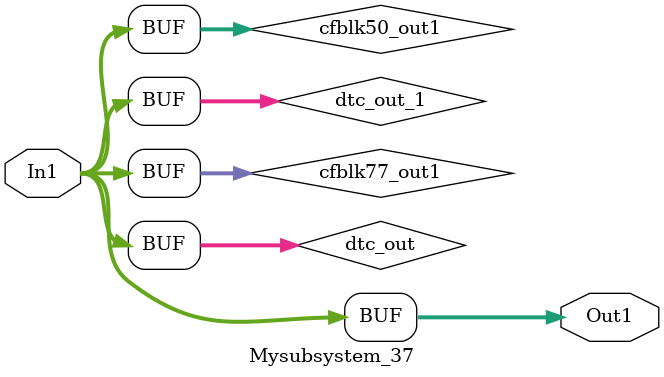
<source format=v>



`timescale 1 ns / 1 ns

module Mysubsystem_37
          (In1,
           Out1);


  input   [7:0] In1;  // uint8
  output  [7:0] Out1;  // uint8


  wire [7:0] dtc_out;  // ufix8
  wire [7:0] cfblk77_out1;  // uint8
  wire [7:0] dtc_out_1;  // ufix8
  wire [7:0] cfblk50_out1;  // uint8


  assign dtc_out = In1;



  assign cfblk77_out1 = dtc_out;



  assign dtc_out_1 = cfblk77_out1;



  assign cfblk50_out1 = dtc_out_1;



  assign Out1 = cfblk50_out1;

endmodule  // Mysubsystem_37


</source>
